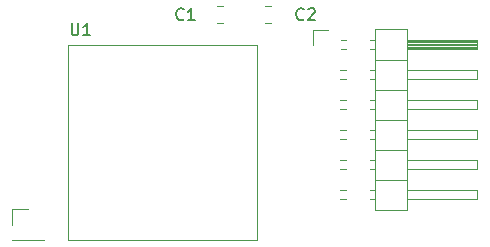
<source format=gbr>
%TF.GenerationSoftware,KiCad,Pcbnew,7.0.1*%
%TF.CreationDate,2023-03-26T17:18:11+02:00*%
%TF.ProjectId,AS4432_ANT_PMOD,41533434-3332-45f4-914e-545f504d4f44,rev?*%
%TF.SameCoordinates,Original*%
%TF.FileFunction,Legend,Top*%
%TF.FilePolarity,Positive*%
%FSLAX46Y46*%
G04 Gerber Fmt 4.6, Leading zero omitted, Abs format (unit mm)*
G04 Created by KiCad (PCBNEW 7.0.1) date 2023-03-26 17:18:11*
%MOMM*%
%LPD*%
G01*
G04 APERTURE LIST*
%ADD10C,0.150000*%
%ADD11C,0.120000*%
G04 APERTURE END LIST*
D10*
%TO.C,U1*%
X128143095Y-41372619D02*
X128143095Y-42182142D01*
X128143095Y-42182142D02*
X128190714Y-42277380D01*
X128190714Y-42277380D02*
X128238333Y-42325000D01*
X128238333Y-42325000D02*
X128333571Y-42372619D01*
X128333571Y-42372619D02*
X128524047Y-42372619D01*
X128524047Y-42372619D02*
X128619285Y-42325000D01*
X128619285Y-42325000D02*
X128666904Y-42277380D01*
X128666904Y-42277380D02*
X128714523Y-42182142D01*
X128714523Y-42182142D02*
X128714523Y-41372619D01*
X129714523Y-42372619D02*
X129143095Y-42372619D01*
X129428809Y-42372619D02*
X129428809Y-41372619D01*
X129428809Y-41372619D02*
X129333571Y-41515476D01*
X129333571Y-41515476D02*
X129238333Y-41610714D01*
X129238333Y-41610714D02*
X129143095Y-41658333D01*
%TO.C,C1*%
X137628333Y-41007380D02*
X137580714Y-41055000D01*
X137580714Y-41055000D02*
X137437857Y-41102619D01*
X137437857Y-41102619D02*
X137342619Y-41102619D01*
X137342619Y-41102619D02*
X137199762Y-41055000D01*
X137199762Y-41055000D02*
X137104524Y-40959761D01*
X137104524Y-40959761D02*
X137056905Y-40864523D01*
X137056905Y-40864523D02*
X137009286Y-40674047D01*
X137009286Y-40674047D02*
X137009286Y-40531190D01*
X137009286Y-40531190D02*
X137056905Y-40340714D01*
X137056905Y-40340714D02*
X137104524Y-40245476D01*
X137104524Y-40245476D02*
X137199762Y-40150238D01*
X137199762Y-40150238D02*
X137342619Y-40102619D01*
X137342619Y-40102619D02*
X137437857Y-40102619D01*
X137437857Y-40102619D02*
X137580714Y-40150238D01*
X137580714Y-40150238D02*
X137628333Y-40197857D01*
X138580714Y-41102619D02*
X138009286Y-41102619D01*
X138295000Y-41102619D02*
X138295000Y-40102619D01*
X138295000Y-40102619D02*
X138199762Y-40245476D01*
X138199762Y-40245476D02*
X138104524Y-40340714D01*
X138104524Y-40340714D02*
X138009286Y-40388333D01*
%TO.C,C2*%
X147788333Y-41007380D02*
X147740714Y-41055000D01*
X147740714Y-41055000D02*
X147597857Y-41102619D01*
X147597857Y-41102619D02*
X147502619Y-41102619D01*
X147502619Y-41102619D02*
X147359762Y-41055000D01*
X147359762Y-41055000D02*
X147264524Y-40959761D01*
X147264524Y-40959761D02*
X147216905Y-40864523D01*
X147216905Y-40864523D02*
X147169286Y-40674047D01*
X147169286Y-40674047D02*
X147169286Y-40531190D01*
X147169286Y-40531190D02*
X147216905Y-40340714D01*
X147216905Y-40340714D02*
X147264524Y-40245476D01*
X147264524Y-40245476D02*
X147359762Y-40150238D01*
X147359762Y-40150238D02*
X147502619Y-40102619D01*
X147502619Y-40102619D02*
X147597857Y-40102619D01*
X147597857Y-40102619D02*
X147740714Y-40150238D01*
X147740714Y-40150238D02*
X147788333Y-40197857D01*
X148169286Y-40197857D02*
X148216905Y-40150238D01*
X148216905Y-40150238D02*
X148312143Y-40102619D01*
X148312143Y-40102619D02*
X148550238Y-40102619D01*
X148550238Y-40102619D02*
X148645476Y-40150238D01*
X148645476Y-40150238D02*
X148693095Y-40197857D01*
X148693095Y-40197857D02*
X148740714Y-40293095D01*
X148740714Y-40293095D02*
X148740714Y-40388333D01*
X148740714Y-40388333D02*
X148693095Y-40531190D01*
X148693095Y-40531190D02*
X148121667Y-41102619D01*
X148121667Y-41102619D02*
X148740714Y-41102619D01*
D11*
%TO.C,J1*%
X148590000Y-41910000D02*
X149860000Y-41910000D01*
X148590000Y-43180000D02*
X148590000Y-41910000D01*
X150902929Y-45340000D02*
X151357071Y-45340000D01*
X150902929Y-46100000D02*
X151357071Y-46100000D01*
X150902929Y-47880000D02*
X151357071Y-47880000D01*
X150902929Y-48640000D02*
X151357071Y-48640000D01*
X150902929Y-50420000D02*
X151357071Y-50420000D01*
X150902929Y-51180000D02*
X151357071Y-51180000D01*
X150902929Y-52960000D02*
X151357071Y-52960000D01*
X150902929Y-53720000D02*
X151357071Y-53720000D01*
X150902929Y-55500000D02*
X151357071Y-55500000D01*
X150902929Y-56260000D02*
X151357071Y-56260000D01*
X150970000Y-42800000D02*
X151357071Y-42800000D01*
X150970000Y-43560000D02*
X151357071Y-43560000D01*
X153442929Y-42800000D02*
X153840000Y-42800000D01*
X153442929Y-43560000D02*
X153840000Y-43560000D01*
X153442929Y-45340000D02*
X153840000Y-45340000D01*
X153442929Y-46100000D02*
X153840000Y-46100000D01*
X153442929Y-47880000D02*
X153840000Y-47880000D01*
X153442929Y-48640000D02*
X153840000Y-48640000D01*
X153442929Y-50420000D02*
X153840000Y-50420000D01*
X153442929Y-51180000D02*
X153840000Y-51180000D01*
X153442929Y-52960000D02*
X153840000Y-52960000D01*
X153442929Y-53720000D02*
X153840000Y-53720000D01*
X153442929Y-55500000D02*
X153840000Y-55500000D01*
X153442929Y-56260000D02*
X153840000Y-56260000D01*
X153840000Y-41850000D02*
X153840000Y-57210000D01*
X153840000Y-44450000D02*
X156500000Y-44450000D01*
X153840000Y-46990000D02*
X156500000Y-46990000D01*
X153840000Y-49530000D02*
X156500000Y-49530000D01*
X153840000Y-52070000D02*
X156500000Y-52070000D01*
X153840000Y-54610000D02*
X156500000Y-54610000D01*
X153840000Y-57210000D02*
X156500000Y-57210000D01*
X156500000Y-41850000D02*
X153840000Y-41850000D01*
X156500000Y-42800000D02*
X162500000Y-42800000D01*
X156500000Y-42860000D02*
X162500000Y-42860000D01*
X156500000Y-42980000D02*
X162500000Y-42980000D01*
X156500000Y-43100000D02*
X162500000Y-43100000D01*
X156500000Y-43220000D02*
X162500000Y-43220000D01*
X156500000Y-43340000D02*
X162500000Y-43340000D01*
X156500000Y-43460000D02*
X162500000Y-43460000D01*
X156500000Y-45340000D02*
X162500000Y-45340000D01*
X156500000Y-47880000D02*
X162500000Y-47880000D01*
X156500000Y-50420000D02*
X162500000Y-50420000D01*
X156500000Y-52960000D02*
X162500000Y-52960000D01*
X156500000Y-55500000D02*
X162500000Y-55500000D01*
X156500000Y-57210000D02*
X156500000Y-41850000D01*
X162500000Y-42800000D02*
X162500000Y-43560000D01*
X162500000Y-43560000D02*
X156500000Y-43560000D01*
X162500000Y-45340000D02*
X162500000Y-46100000D01*
X162500000Y-46100000D02*
X156500000Y-46100000D01*
X162500000Y-47880000D02*
X162500000Y-48640000D01*
X162500000Y-48640000D02*
X156500000Y-48640000D01*
X162500000Y-50420000D02*
X162500000Y-51180000D01*
X162500000Y-51180000D02*
X156500000Y-51180000D01*
X162500000Y-52960000D02*
X162500000Y-53720000D01*
X162500000Y-53720000D02*
X156500000Y-53720000D01*
X162500000Y-55500000D02*
X162500000Y-56260000D01*
X162500000Y-56260000D02*
X156500000Y-56260000D01*
%TO.C,U1*%
X143826500Y-59690000D02*
X127826500Y-59690000D01*
X127826500Y-59690000D02*
X127826500Y-43180000D01*
X127826500Y-43180000D02*
X143826500Y-43180000D01*
X143826500Y-43180000D02*
X143826500Y-59690000D01*
%TO.C,C1*%
X140998752Y-41375000D02*
X140476248Y-41375000D01*
X140998752Y-39905000D02*
X140476248Y-39905000D01*
%TO.C,C2*%
X144518748Y-39905000D02*
X145041252Y-39905000D01*
X144518748Y-41375000D02*
X145041252Y-41375000D01*
%TO.C,J2*%
X123130000Y-57090000D02*
X124460000Y-57090000D01*
X123130000Y-58420000D02*
X123130000Y-57090000D01*
X123130000Y-59690000D02*
X123130000Y-59750000D01*
X123130000Y-59690000D02*
X125790000Y-59690000D01*
X123130000Y-59750000D02*
X125790000Y-59750000D01*
X125790000Y-59690000D02*
X125790000Y-59750000D01*
%TD*%
M02*

</source>
